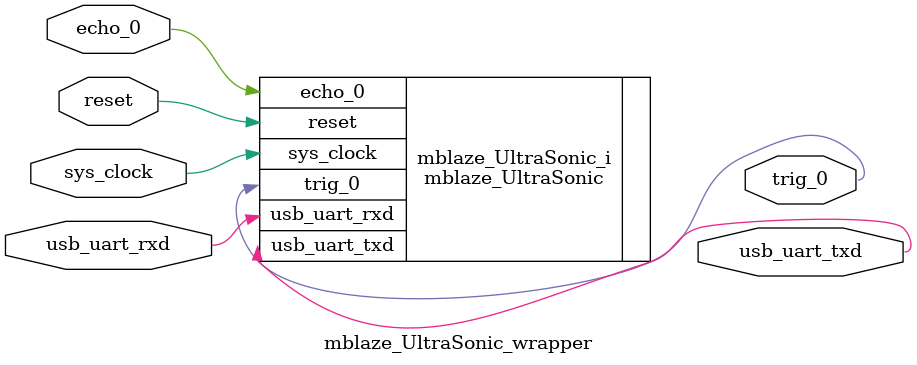
<source format=v>
`timescale 1 ps / 1 ps

module mblaze_UltraSonic_wrapper
   (echo_0,
    reset,
    sys_clock,
    trig_0,
    usb_uart_rxd,
    usb_uart_txd);
  input echo_0;
  input reset;
  input sys_clock;
  output trig_0;
  input usb_uart_rxd;
  output usb_uart_txd;

  wire echo_0;
  wire reset;
  wire sys_clock;
  wire trig_0;
  wire usb_uart_rxd;
  wire usb_uart_txd;

  mblaze_UltraSonic mblaze_UltraSonic_i
       (.echo_0(echo_0),
        .reset(reset),
        .sys_clock(sys_clock),
        .trig_0(trig_0),
        .usb_uart_rxd(usb_uart_rxd),
        .usb_uart_txd(usb_uart_txd));
endmodule

</source>
